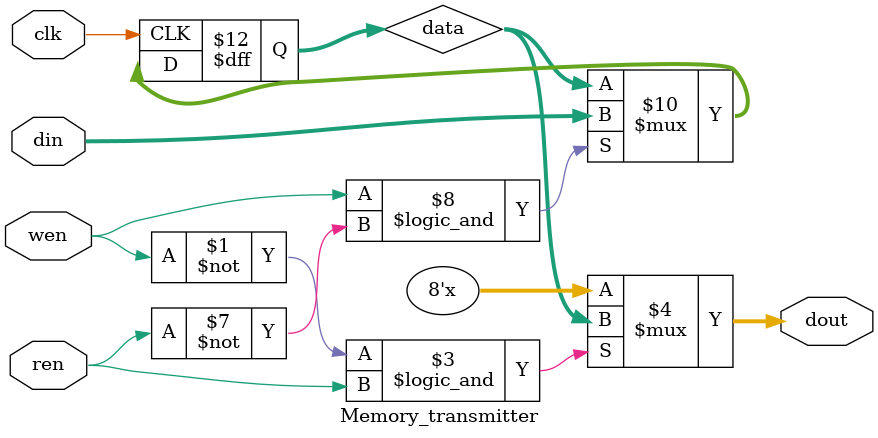
<source format=v>
module Memory_transmitter (clk, ren, wen, din, dout);
  input  clk;
  input  ren, wen;
  input [7:0] din;//the data input
  output [7:0] dout; //the 8bit output

  reg  [7:0] data;
  wire [7:0] dout;


  assign dout = ((wen==1'b0) && (ren==1'b1)) ? data : 8'bx;
  
  /* Write when write_enable(wen)=1 and read_enable(ren) is 0 */
   always @(posedge clk)
   begin
    if (wen == 1'b1 && ren==1'b0)
        data = din;
   end

endmodule


</source>
